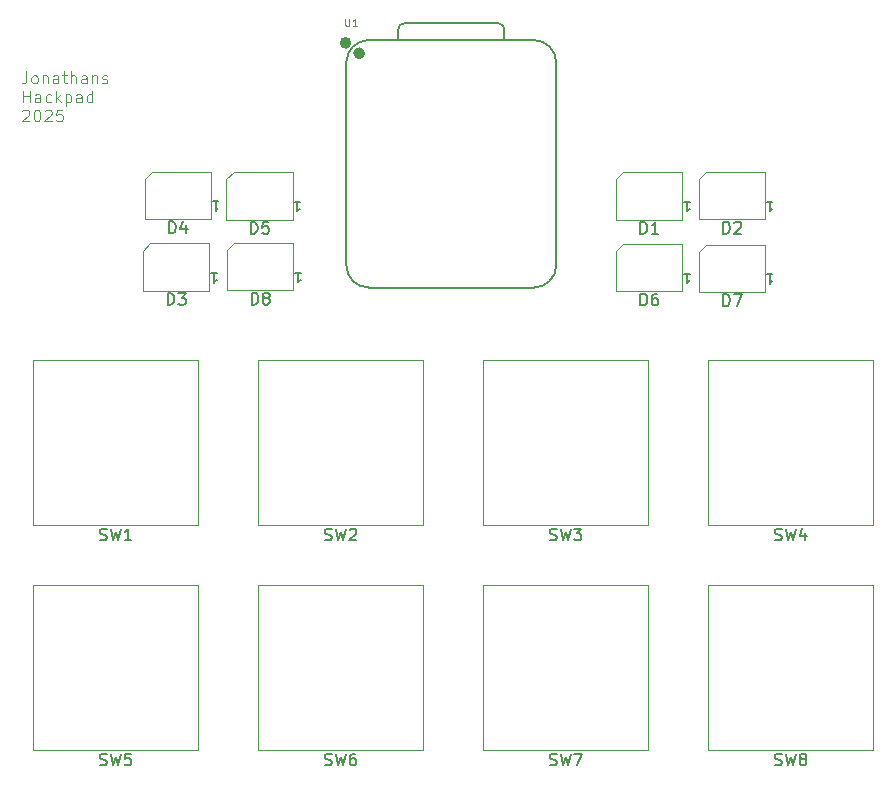
<source format=gbr>
%TF.GenerationSoftware,KiCad,Pcbnew,9.0.6*%
%TF.CreationDate,2025-12-07T16:29:36+00:00*%
%TF.ProjectId,flightsimhackpad,666c6967-6874-4736-996d-6861636b7061,rev?*%
%TF.SameCoordinates,Original*%
%TF.FileFunction,Legend,Top*%
%TF.FilePolarity,Positive*%
%FSLAX46Y46*%
G04 Gerber Fmt 4.6, Leading zero omitted, Abs format (unit mm)*
G04 Created by KiCad (PCBNEW 9.0.6) date 2025-12-07 16:29:36*
%MOMM*%
%LPD*%
G01*
G04 APERTURE LIST*
%ADD10C,0.100000*%
%ADD11C,0.150000*%
%ADD12C,0.101600*%
%ADD13C,0.120000*%
%ADD14C,0.127000*%
%ADD15C,0.504000*%
G04 APERTURE END LIST*
D10*
X83089598Y-106422531D02*
X83089598Y-107136816D01*
X83089598Y-107136816D02*
X83041979Y-107279673D01*
X83041979Y-107279673D02*
X82946741Y-107374912D01*
X82946741Y-107374912D02*
X82803884Y-107422531D01*
X82803884Y-107422531D02*
X82708646Y-107422531D01*
X83708646Y-107422531D02*
X83613408Y-107374912D01*
X83613408Y-107374912D02*
X83565789Y-107327292D01*
X83565789Y-107327292D02*
X83518170Y-107232054D01*
X83518170Y-107232054D02*
X83518170Y-106946340D01*
X83518170Y-106946340D02*
X83565789Y-106851102D01*
X83565789Y-106851102D02*
X83613408Y-106803483D01*
X83613408Y-106803483D02*
X83708646Y-106755864D01*
X83708646Y-106755864D02*
X83851503Y-106755864D01*
X83851503Y-106755864D02*
X83946741Y-106803483D01*
X83946741Y-106803483D02*
X83994360Y-106851102D01*
X83994360Y-106851102D02*
X84041979Y-106946340D01*
X84041979Y-106946340D02*
X84041979Y-107232054D01*
X84041979Y-107232054D02*
X83994360Y-107327292D01*
X83994360Y-107327292D02*
X83946741Y-107374912D01*
X83946741Y-107374912D02*
X83851503Y-107422531D01*
X83851503Y-107422531D02*
X83708646Y-107422531D01*
X84470551Y-106755864D02*
X84470551Y-107422531D01*
X84470551Y-106851102D02*
X84518170Y-106803483D01*
X84518170Y-106803483D02*
X84613408Y-106755864D01*
X84613408Y-106755864D02*
X84756265Y-106755864D01*
X84756265Y-106755864D02*
X84851503Y-106803483D01*
X84851503Y-106803483D02*
X84899122Y-106898721D01*
X84899122Y-106898721D02*
X84899122Y-107422531D01*
X85803884Y-107422531D02*
X85803884Y-106898721D01*
X85803884Y-106898721D02*
X85756265Y-106803483D01*
X85756265Y-106803483D02*
X85661027Y-106755864D01*
X85661027Y-106755864D02*
X85470551Y-106755864D01*
X85470551Y-106755864D02*
X85375313Y-106803483D01*
X85803884Y-107374912D02*
X85708646Y-107422531D01*
X85708646Y-107422531D02*
X85470551Y-107422531D01*
X85470551Y-107422531D02*
X85375313Y-107374912D01*
X85375313Y-107374912D02*
X85327694Y-107279673D01*
X85327694Y-107279673D02*
X85327694Y-107184435D01*
X85327694Y-107184435D02*
X85375313Y-107089197D01*
X85375313Y-107089197D02*
X85470551Y-107041578D01*
X85470551Y-107041578D02*
X85708646Y-107041578D01*
X85708646Y-107041578D02*
X85803884Y-106993959D01*
X86137218Y-106755864D02*
X86518170Y-106755864D01*
X86280075Y-106422531D02*
X86280075Y-107279673D01*
X86280075Y-107279673D02*
X86327694Y-107374912D01*
X86327694Y-107374912D02*
X86422932Y-107422531D01*
X86422932Y-107422531D02*
X86518170Y-107422531D01*
X86851504Y-107422531D02*
X86851504Y-106422531D01*
X87280075Y-107422531D02*
X87280075Y-106898721D01*
X87280075Y-106898721D02*
X87232456Y-106803483D01*
X87232456Y-106803483D02*
X87137218Y-106755864D01*
X87137218Y-106755864D02*
X86994361Y-106755864D01*
X86994361Y-106755864D02*
X86899123Y-106803483D01*
X86899123Y-106803483D02*
X86851504Y-106851102D01*
X88184837Y-107422531D02*
X88184837Y-106898721D01*
X88184837Y-106898721D02*
X88137218Y-106803483D01*
X88137218Y-106803483D02*
X88041980Y-106755864D01*
X88041980Y-106755864D02*
X87851504Y-106755864D01*
X87851504Y-106755864D02*
X87756266Y-106803483D01*
X88184837Y-107374912D02*
X88089599Y-107422531D01*
X88089599Y-107422531D02*
X87851504Y-107422531D01*
X87851504Y-107422531D02*
X87756266Y-107374912D01*
X87756266Y-107374912D02*
X87708647Y-107279673D01*
X87708647Y-107279673D02*
X87708647Y-107184435D01*
X87708647Y-107184435D02*
X87756266Y-107089197D01*
X87756266Y-107089197D02*
X87851504Y-107041578D01*
X87851504Y-107041578D02*
X88089599Y-107041578D01*
X88089599Y-107041578D02*
X88184837Y-106993959D01*
X88661028Y-106755864D02*
X88661028Y-107422531D01*
X88661028Y-106851102D02*
X88708647Y-106803483D01*
X88708647Y-106803483D02*
X88803885Y-106755864D01*
X88803885Y-106755864D02*
X88946742Y-106755864D01*
X88946742Y-106755864D02*
X89041980Y-106803483D01*
X89041980Y-106803483D02*
X89089599Y-106898721D01*
X89089599Y-106898721D02*
X89089599Y-107422531D01*
X89518171Y-107374912D02*
X89613409Y-107422531D01*
X89613409Y-107422531D02*
X89803885Y-107422531D01*
X89803885Y-107422531D02*
X89899123Y-107374912D01*
X89899123Y-107374912D02*
X89946742Y-107279673D01*
X89946742Y-107279673D02*
X89946742Y-107232054D01*
X89946742Y-107232054D02*
X89899123Y-107136816D01*
X89899123Y-107136816D02*
X89803885Y-107089197D01*
X89803885Y-107089197D02*
X89661028Y-107089197D01*
X89661028Y-107089197D02*
X89565790Y-107041578D01*
X89565790Y-107041578D02*
X89518171Y-106946340D01*
X89518171Y-106946340D02*
X89518171Y-106898721D01*
X89518171Y-106898721D02*
X89565790Y-106803483D01*
X89565790Y-106803483D02*
X89661028Y-106755864D01*
X89661028Y-106755864D02*
X89803885Y-106755864D01*
X89803885Y-106755864D02*
X89899123Y-106803483D01*
X82803884Y-109032475D02*
X82803884Y-108032475D01*
X82803884Y-108508665D02*
X83375312Y-108508665D01*
X83375312Y-109032475D02*
X83375312Y-108032475D01*
X84280074Y-109032475D02*
X84280074Y-108508665D01*
X84280074Y-108508665D02*
X84232455Y-108413427D01*
X84232455Y-108413427D02*
X84137217Y-108365808D01*
X84137217Y-108365808D02*
X83946741Y-108365808D01*
X83946741Y-108365808D02*
X83851503Y-108413427D01*
X84280074Y-108984856D02*
X84184836Y-109032475D01*
X84184836Y-109032475D02*
X83946741Y-109032475D01*
X83946741Y-109032475D02*
X83851503Y-108984856D01*
X83851503Y-108984856D02*
X83803884Y-108889617D01*
X83803884Y-108889617D02*
X83803884Y-108794379D01*
X83803884Y-108794379D02*
X83851503Y-108699141D01*
X83851503Y-108699141D02*
X83946741Y-108651522D01*
X83946741Y-108651522D02*
X84184836Y-108651522D01*
X84184836Y-108651522D02*
X84280074Y-108603903D01*
X85184836Y-108984856D02*
X85089598Y-109032475D01*
X85089598Y-109032475D02*
X84899122Y-109032475D01*
X84899122Y-109032475D02*
X84803884Y-108984856D01*
X84803884Y-108984856D02*
X84756265Y-108937236D01*
X84756265Y-108937236D02*
X84708646Y-108841998D01*
X84708646Y-108841998D02*
X84708646Y-108556284D01*
X84708646Y-108556284D02*
X84756265Y-108461046D01*
X84756265Y-108461046D02*
X84803884Y-108413427D01*
X84803884Y-108413427D02*
X84899122Y-108365808D01*
X84899122Y-108365808D02*
X85089598Y-108365808D01*
X85089598Y-108365808D02*
X85184836Y-108413427D01*
X85613408Y-109032475D02*
X85613408Y-108032475D01*
X85708646Y-108651522D02*
X85994360Y-109032475D01*
X85994360Y-108365808D02*
X85613408Y-108746760D01*
X86422932Y-108365808D02*
X86422932Y-109365808D01*
X86422932Y-108413427D02*
X86518170Y-108365808D01*
X86518170Y-108365808D02*
X86708646Y-108365808D01*
X86708646Y-108365808D02*
X86803884Y-108413427D01*
X86803884Y-108413427D02*
X86851503Y-108461046D01*
X86851503Y-108461046D02*
X86899122Y-108556284D01*
X86899122Y-108556284D02*
X86899122Y-108841998D01*
X86899122Y-108841998D02*
X86851503Y-108937236D01*
X86851503Y-108937236D02*
X86803884Y-108984856D01*
X86803884Y-108984856D02*
X86708646Y-109032475D01*
X86708646Y-109032475D02*
X86518170Y-109032475D01*
X86518170Y-109032475D02*
X86422932Y-108984856D01*
X87756265Y-109032475D02*
X87756265Y-108508665D01*
X87756265Y-108508665D02*
X87708646Y-108413427D01*
X87708646Y-108413427D02*
X87613408Y-108365808D01*
X87613408Y-108365808D02*
X87422932Y-108365808D01*
X87422932Y-108365808D02*
X87327694Y-108413427D01*
X87756265Y-108984856D02*
X87661027Y-109032475D01*
X87661027Y-109032475D02*
X87422932Y-109032475D01*
X87422932Y-109032475D02*
X87327694Y-108984856D01*
X87327694Y-108984856D02*
X87280075Y-108889617D01*
X87280075Y-108889617D02*
X87280075Y-108794379D01*
X87280075Y-108794379D02*
X87327694Y-108699141D01*
X87327694Y-108699141D02*
X87422932Y-108651522D01*
X87422932Y-108651522D02*
X87661027Y-108651522D01*
X87661027Y-108651522D02*
X87756265Y-108603903D01*
X88661027Y-109032475D02*
X88661027Y-108032475D01*
X88661027Y-108984856D02*
X88565789Y-109032475D01*
X88565789Y-109032475D02*
X88375313Y-109032475D01*
X88375313Y-109032475D02*
X88280075Y-108984856D01*
X88280075Y-108984856D02*
X88232456Y-108937236D01*
X88232456Y-108937236D02*
X88184837Y-108841998D01*
X88184837Y-108841998D02*
X88184837Y-108556284D01*
X88184837Y-108556284D02*
X88232456Y-108461046D01*
X88232456Y-108461046D02*
X88280075Y-108413427D01*
X88280075Y-108413427D02*
X88375313Y-108365808D01*
X88375313Y-108365808D02*
X88565789Y-108365808D01*
X88565789Y-108365808D02*
X88661027Y-108413427D01*
X82756265Y-109737657D02*
X82803884Y-109690038D01*
X82803884Y-109690038D02*
X82899122Y-109642419D01*
X82899122Y-109642419D02*
X83137217Y-109642419D01*
X83137217Y-109642419D02*
X83232455Y-109690038D01*
X83232455Y-109690038D02*
X83280074Y-109737657D01*
X83280074Y-109737657D02*
X83327693Y-109832895D01*
X83327693Y-109832895D02*
X83327693Y-109928133D01*
X83327693Y-109928133D02*
X83280074Y-110070990D01*
X83280074Y-110070990D02*
X82708646Y-110642419D01*
X82708646Y-110642419D02*
X83327693Y-110642419D01*
X83946741Y-109642419D02*
X84041979Y-109642419D01*
X84041979Y-109642419D02*
X84137217Y-109690038D01*
X84137217Y-109690038D02*
X84184836Y-109737657D01*
X84184836Y-109737657D02*
X84232455Y-109832895D01*
X84232455Y-109832895D02*
X84280074Y-110023371D01*
X84280074Y-110023371D02*
X84280074Y-110261466D01*
X84280074Y-110261466D02*
X84232455Y-110451942D01*
X84232455Y-110451942D02*
X84184836Y-110547180D01*
X84184836Y-110547180D02*
X84137217Y-110594800D01*
X84137217Y-110594800D02*
X84041979Y-110642419D01*
X84041979Y-110642419D02*
X83946741Y-110642419D01*
X83946741Y-110642419D02*
X83851503Y-110594800D01*
X83851503Y-110594800D02*
X83803884Y-110547180D01*
X83803884Y-110547180D02*
X83756265Y-110451942D01*
X83756265Y-110451942D02*
X83708646Y-110261466D01*
X83708646Y-110261466D02*
X83708646Y-110023371D01*
X83708646Y-110023371D02*
X83756265Y-109832895D01*
X83756265Y-109832895D02*
X83803884Y-109737657D01*
X83803884Y-109737657D02*
X83851503Y-109690038D01*
X83851503Y-109690038D02*
X83946741Y-109642419D01*
X84661027Y-109737657D02*
X84708646Y-109690038D01*
X84708646Y-109690038D02*
X84803884Y-109642419D01*
X84803884Y-109642419D02*
X85041979Y-109642419D01*
X85041979Y-109642419D02*
X85137217Y-109690038D01*
X85137217Y-109690038D02*
X85184836Y-109737657D01*
X85184836Y-109737657D02*
X85232455Y-109832895D01*
X85232455Y-109832895D02*
X85232455Y-109928133D01*
X85232455Y-109928133D02*
X85184836Y-110070990D01*
X85184836Y-110070990D02*
X84613408Y-110642419D01*
X84613408Y-110642419D02*
X85232455Y-110642419D01*
X86137217Y-109642419D02*
X85661027Y-109642419D01*
X85661027Y-109642419D02*
X85613408Y-110118609D01*
X85613408Y-110118609D02*
X85661027Y-110070990D01*
X85661027Y-110070990D02*
X85756265Y-110023371D01*
X85756265Y-110023371D02*
X85994360Y-110023371D01*
X85994360Y-110023371D02*
X86089598Y-110070990D01*
X86089598Y-110070990D02*
X86137217Y-110118609D01*
X86137217Y-110118609D02*
X86184836Y-110213847D01*
X86184836Y-110213847D02*
X86184836Y-110451942D01*
X86184836Y-110451942D02*
X86137217Y-110547180D01*
X86137217Y-110547180D02*
X86089598Y-110594800D01*
X86089598Y-110594800D02*
X85994360Y-110642419D01*
X85994360Y-110642419D02*
X85756265Y-110642419D01*
X85756265Y-110642419D02*
X85661027Y-110594800D01*
X85661027Y-110594800D02*
X85613408Y-110547180D01*
D11*
X127412917Y-165126200D02*
X127555774Y-165173819D01*
X127555774Y-165173819D02*
X127793869Y-165173819D01*
X127793869Y-165173819D02*
X127889107Y-165126200D01*
X127889107Y-165126200D02*
X127936726Y-165078580D01*
X127936726Y-165078580D02*
X127984345Y-164983342D01*
X127984345Y-164983342D02*
X127984345Y-164888104D01*
X127984345Y-164888104D02*
X127936726Y-164792866D01*
X127936726Y-164792866D02*
X127889107Y-164745247D01*
X127889107Y-164745247D02*
X127793869Y-164697628D01*
X127793869Y-164697628D02*
X127603393Y-164650009D01*
X127603393Y-164650009D02*
X127508155Y-164602390D01*
X127508155Y-164602390D02*
X127460536Y-164554771D01*
X127460536Y-164554771D02*
X127412917Y-164459533D01*
X127412917Y-164459533D02*
X127412917Y-164364295D01*
X127412917Y-164364295D02*
X127460536Y-164269057D01*
X127460536Y-164269057D02*
X127508155Y-164221438D01*
X127508155Y-164221438D02*
X127603393Y-164173819D01*
X127603393Y-164173819D02*
X127841488Y-164173819D01*
X127841488Y-164173819D02*
X127984345Y-164221438D01*
X128317679Y-164173819D02*
X128555774Y-165173819D01*
X128555774Y-165173819D02*
X128746250Y-164459533D01*
X128746250Y-164459533D02*
X128936726Y-165173819D01*
X128936726Y-165173819D02*
X129174822Y-164173819D01*
X129460536Y-164173819D02*
X130127202Y-164173819D01*
X130127202Y-164173819D02*
X129698631Y-165173819D01*
X95161905Y-120114819D02*
X95161905Y-119114819D01*
X95161905Y-119114819D02*
X95400000Y-119114819D01*
X95400000Y-119114819D02*
X95542857Y-119162438D01*
X95542857Y-119162438D02*
X95638095Y-119257676D01*
X95638095Y-119257676D02*
X95685714Y-119352914D01*
X95685714Y-119352914D02*
X95733333Y-119543390D01*
X95733333Y-119543390D02*
X95733333Y-119686247D01*
X95733333Y-119686247D02*
X95685714Y-119876723D01*
X95685714Y-119876723D02*
X95638095Y-119971961D01*
X95638095Y-119971961D02*
X95542857Y-120067200D01*
X95542857Y-120067200D02*
X95400000Y-120114819D01*
X95400000Y-120114819D02*
X95161905Y-120114819D01*
X96590476Y-119448152D02*
X96590476Y-120114819D01*
X96352381Y-119067200D02*
X96114286Y-119781485D01*
X96114286Y-119781485D02*
X96733333Y-119781485D01*
X98871428Y-117422704D02*
X99328571Y-117422704D01*
X99099999Y-117422704D02*
X99099999Y-118222704D01*
X99099999Y-118222704D02*
X99176190Y-118108419D01*
X99176190Y-118108419D02*
X99252380Y-118032228D01*
X99252380Y-118032228D02*
X99328571Y-117994133D01*
D12*
X110078690Y-101953479D02*
X110078690Y-102467526D01*
X110078690Y-102467526D02*
X110108928Y-102528002D01*
X110108928Y-102528002D02*
X110139166Y-102558241D01*
X110139166Y-102558241D02*
X110199642Y-102588479D01*
X110199642Y-102588479D02*
X110320595Y-102588479D01*
X110320595Y-102588479D02*
X110381071Y-102558241D01*
X110381071Y-102558241D02*
X110411309Y-102528002D01*
X110411309Y-102528002D02*
X110441547Y-102467526D01*
X110441547Y-102467526D02*
X110441547Y-101953479D01*
X111076547Y-102588479D02*
X110713690Y-102588479D01*
X110895118Y-102588479D02*
X110895118Y-101953479D01*
X110895118Y-101953479D02*
X110834642Y-102044193D01*
X110834642Y-102044193D02*
X110774166Y-102104669D01*
X110774166Y-102104669D02*
X110713690Y-102134907D01*
D11*
X95041905Y-126184819D02*
X95041905Y-125184819D01*
X95041905Y-125184819D02*
X95280000Y-125184819D01*
X95280000Y-125184819D02*
X95422857Y-125232438D01*
X95422857Y-125232438D02*
X95518095Y-125327676D01*
X95518095Y-125327676D02*
X95565714Y-125422914D01*
X95565714Y-125422914D02*
X95613333Y-125613390D01*
X95613333Y-125613390D02*
X95613333Y-125756247D01*
X95613333Y-125756247D02*
X95565714Y-125946723D01*
X95565714Y-125946723D02*
X95518095Y-126041961D01*
X95518095Y-126041961D02*
X95422857Y-126137200D01*
X95422857Y-126137200D02*
X95280000Y-126184819D01*
X95280000Y-126184819D02*
X95041905Y-126184819D01*
X95946667Y-125184819D02*
X96565714Y-125184819D01*
X96565714Y-125184819D02*
X96232381Y-125565771D01*
X96232381Y-125565771D02*
X96375238Y-125565771D01*
X96375238Y-125565771D02*
X96470476Y-125613390D01*
X96470476Y-125613390D02*
X96518095Y-125661009D01*
X96518095Y-125661009D02*
X96565714Y-125756247D01*
X96565714Y-125756247D02*
X96565714Y-125994342D01*
X96565714Y-125994342D02*
X96518095Y-126089580D01*
X96518095Y-126089580D02*
X96470476Y-126137200D01*
X96470476Y-126137200D02*
X96375238Y-126184819D01*
X96375238Y-126184819D02*
X96089524Y-126184819D01*
X96089524Y-126184819D02*
X95994286Y-126137200D01*
X95994286Y-126137200D02*
X95946667Y-126089580D01*
X98751428Y-123492704D02*
X99208571Y-123492704D01*
X98979999Y-123492704D02*
X98979999Y-124292704D01*
X98979999Y-124292704D02*
X99056190Y-124178419D01*
X99056190Y-124178419D02*
X99132380Y-124102228D01*
X99132380Y-124102228D02*
X99208571Y-124064133D01*
X127412917Y-146076200D02*
X127555774Y-146123819D01*
X127555774Y-146123819D02*
X127793869Y-146123819D01*
X127793869Y-146123819D02*
X127889107Y-146076200D01*
X127889107Y-146076200D02*
X127936726Y-146028580D01*
X127936726Y-146028580D02*
X127984345Y-145933342D01*
X127984345Y-145933342D02*
X127984345Y-145838104D01*
X127984345Y-145838104D02*
X127936726Y-145742866D01*
X127936726Y-145742866D02*
X127889107Y-145695247D01*
X127889107Y-145695247D02*
X127793869Y-145647628D01*
X127793869Y-145647628D02*
X127603393Y-145600009D01*
X127603393Y-145600009D02*
X127508155Y-145552390D01*
X127508155Y-145552390D02*
X127460536Y-145504771D01*
X127460536Y-145504771D02*
X127412917Y-145409533D01*
X127412917Y-145409533D02*
X127412917Y-145314295D01*
X127412917Y-145314295D02*
X127460536Y-145219057D01*
X127460536Y-145219057D02*
X127508155Y-145171438D01*
X127508155Y-145171438D02*
X127603393Y-145123819D01*
X127603393Y-145123819D02*
X127841488Y-145123819D01*
X127841488Y-145123819D02*
X127984345Y-145171438D01*
X128317679Y-145123819D02*
X128555774Y-146123819D01*
X128555774Y-146123819D02*
X128746250Y-145409533D01*
X128746250Y-145409533D02*
X128936726Y-146123819D01*
X128936726Y-146123819D02*
X129174822Y-145123819D01*
X129460536Y-145123819D02*
X130079583Y-145123819D01*
X130079583Y-145123819D02*
X129746250Y-145504771D01*
X129746250Y-145504771D02*
X129889107Y-145504771D01*
X129889107Y-145504771D02*
X129984345Y-145552390D01*
X129984345Y-145552390D02*
X130031964Y-145600009D01*
X130031964Y-145600009D02*
X130079583Y-145695247D01*
X130079583Y-145695247D02*
X130079583Y-145933342D01*
X130079583Y-145933342D02*
X130031964Y-146028580D01*
X130031964Y-146028580D02*
X129984345Y-146076200D01*
X129984345Y-146076200D02*
X129889107Y-146123819D01*
X129889107Y-146123819D02*
X129603393Y-146123819D01*
X129603393Y-146123819D02*
X129508155Y-146076200D01*
X129508155Y-146076200D02*
X129460536Y-146028580D01*
X108362917Y-165126200D02*
X108505774Y-165173819D01*
X108505774Y-165173819D02*
X108743869Y-165173819D01*
X108743869Y-165173819D02*
X108839107Y-165126200D01*
X108839107Y-165126200D02*
X108886726Y-165078580D01*
X108886726Y-165078580D02*
X108934345Y-164983342D01*
X108934345Y-164983342D02*
X108934345Y-164888104D01*
X108934345Y-164888104D02*
X108886726Y-164792866D01*
X108886726Y-164792866D02*
X108839107Y-164745247D01*
X108839107Y-164745247D02*
X108743869Y-164697628D01*
X108743869Y-164697628D02*
X108553393Y-164650009D01*
X108553393Y-164650009D02*
X108458155Y-164602390D01*
X108458155Y-164602390D02*
X108410536Y-164554771D01*
X108410536Y-164554771D02*
X108362917Y-164459533D01*
X108362917Y-164459533D02*
X108362917Y-164364295D01*
X108362917Y-164364295D02*
X108410536Y-164269057D01*
X108410536Y-164269057D02*
X108458155Y-164221438D01*
X108458155Y-164221438D02*
X108553393Y-164173819D01*
X108553393Y-164173819D02*
X108791488Y-164173819D01*
X108791488Y-164173819D02*
X108934345Y-164221438D01*
X109267679Y-164173819D02*
X109505774Y-165173819D01*
X109505774Y-165173819D02*
X109696250Y-164459533D01*
X109696250Y-164459533D02*
X109886726Y-165173819D01*
X109886726Y-165173819D02*
X110124822Y-164173819D01*
X110934345Y-164173819D02*
X110743869Y-164173819D01*
X110743869Y-164173819D02*
X110648631Y-164221438D01*
X110648631Y-164221438D02*
X110601012Y-164269057D01*
X110601012Y-164269057D02*
X110505774Y-164411914D01*
X110505774Y-164411914D02*
X110458155Y-164602390D01*
X110458155Y-164602390D02*
X110458155Y-164983342D01*
X110458155Y-164983342D02*
X110505774Y-165078580D01*
X110505774Y-165078580D02*
X110553393Y-165126200D01*
X110553393Y-165126200D02*
X110648631Y-165173819D01*
X110648631Y-165173819D02*
X110839107Y-165173819D01*
X110839107Y-165173819D02*
X110934345Y-165126200D01*
X110934345Y-165126200D02*
X110981964Y-165078580D01*
X110981964Y-165078580D02*
X111029583Y-164983342D01*
X111029583Y-164983342D02*
X111029583Y-164745247D01*
X111029583Y-164745247D02*
X110981964Y-164650009D01*
X110981964Y-164650009D02*
X110934345Y-164602390D01*
X110934345Y-164602390D02*
X110839107Y-164554771D01*
X110839107Y-164554771D02*
X110648631Y-164554771D01*
X110648631Y-164554771D02*
X110553393Y-164602390D01*
X110553393Y-164602390D02*
X110505774Y-164650009D01*
X110505774Y-164650009D02*
X110458155Y-164745247D01*
X135081905Y-126229819D02*
X135081905Y-125229819D01*
X135081905Y-125229819D02*
X135320000Y-125229819D01*
X135320000Y-125229819D02*
X135462857Y-125277438D01*
X135462857Y-125277438D02*
X135558095Y-125372676D01*
X135558095Y-125372676D02*
X135605714Y-125467914D01*
X135605714Y-125467914D02*
X135653333Y-125658390D01*
X135653333Y-125658390D02*
X135653333Y-125801247D01*
X135653333Y-125801247D02*
X135605714Y-125991723D01*
X135605714Y-125991723D02*
X135558095Y-126086961D01*
X135558095Y-126086961D02*
X135462857Y-126182200D01*
X135462857Y-126182200D02*
X135320000Y-126229819D01*
X135320000Y-126229819D02*
X135081905Y-126229819D01*
X136510476Y-125229819D02*
X136320000Y-125229819D01*
X136320000Y-125229819D02*
X136224762Y-125277438D01*
X136224762Y-125277438D02*
X136177143Y-125325057D01*
X136177143Y-125325057D02*
X136081905Y-125467914D01*
X136081905Y-125467914D02*
X136034286Y-125658390D01*
X136034286Y-125658390D02*
X136034286Y-126039342D01*
X136034286Y-126039342D02*
X136081905Y-126134580D01*
X136081905Y-126134580D02*
X136129524Y-126182200D01*
X136129524Y-126182200D02*
X136224762Y-126229819D01*
X136224762Y-126229819D02*
X136415238Y-126229819D01*
X136415238Y-126229819D02*
X136510476Y-126182200D01*
X136510476Y-126182200D02*
X136558095Y-126134580D01*
X136558095Y-126134580D02*
X136605714Y-126039342D01*
X136605714Y-126039342D02*
X136605714Y-125801247D01*
X136605714Y-125801247D02*
X136558095Y-125706009D01*
X136558095Y-125706009D02*
X136510476Y-125658390D01*
X136510476Y-125658390D02*
X136415238Y-125610771D01*
X136415238Y-125610771D02*
X136224762Y-125610771D01*
X136224762Y-125610771D02*
X136129524Y-125658390D01*
X136129524Y-125658390D02*
X136081905Y-125706009D01*
X136081905Y-125706009D02*
X136034286Y-125801247D01*
X138791428Y-123537704D02*
X139248571Y-123537704D01*
X139019999Y-123537704D02*
X139019999Y-124337704D01*
X139019999Y-124337704D02*
X139096190Y-124223419D01*
X139096190Y-124223419D02*
X139172380Y-124147228D01*
X139172380Y-124147228D02*
X139248571Y-124109133D01*
X108362917Y-146076200D02*
X108505774Y-146123819D01*
X108505774Y-146123819D02*
X108743869Y-146123819D01*
X108743869Y-146123819D02*
X108839107Y-146076200D01*
X108839107Y-146076200D02*
X108886726Y-146028580D01*
X108886726Y-146028580D02*
X108934345Y-145933342D01*
X108934345Y-145933342D02*
X108934345Y-145838104D01*
X108934345Y-145838104D02*
X108886726Y-145742866D01*
X108886726Y-145742866D02*
X108839107Y-145695247D01*
X108839107Y-145695247D02*
X108743869Y-145647628D01*
X108743869Y-145647628D02*
X108553393Y-145600009D01*
X108553393Y-145600009D02*
X108458155Y-145552390D01*
X108458155Y-145552390D02*
X108410536Y-145504771D01*
X108410536Y-145504771D02*
X108362917Y-145409533D01*
X108362917Y-145409533D02*
X108362917Y-145314295D01*
X108362917Y-145314295D02*
X108410536Y-145219057D01*
X108410536Y-145219057D02*
X108458155Y-145171438D01*
X108458155Y-145171438D02*
X108553393Y-145123819D01*
X108553393Y-145123819D02*
X108791488Y-145123819D01*
X108791488Y-145123819D02*
X108934345Y-145171438D01*
X109267679Y-145123819D02*
X109505774Y-146123819D01*
X109505774Y-146123819D02*
X109696250Y-145409533D01*
X109696250Y-145409533D02*
X109886726Y-146123819D01*
X109886726Y-146123819D02*
X110124822Y-145123819D01*
X110458155Y-145219057D02*
X110505774Y-145171438D01*
X110505774Y-145171438D02*
X110601012Y-145123819D01*
X110601012Y-145123819D02*
X110839107Y-145123819D01*
X110839107Y-145123819D02*
X110934345Y-145171438D01*
X110934345Y-145171438D02*
X110981964Y-145219057D01*
X110981964Y-145219057D02*
X111029583Y-145314295D01*
X111029583Y-145314295D02*
X111029583Y-145409533D01*
X111029583Y-145409533D02*
X110981964Y-145552390D01*
X110981964Y-145552390D02*
X110410536Y-146123819D01*
X110410536Y-146123819D02*
X111029583Y-146123819D01*
X135081905Y-120159819D02*
X135081905Y-119159819D01*
X135081905Y-119159819D02*
X135320000Y-119159819D01*
X135320000Y-119159819D02*
X135462857Y-119207438D01*
X135462857Y-119207438D02*
X135558095Y-119302676D01*
X135558095Y-119302676D02*
X135605714Y-119397914D01*
X135605714Y-119397914D02*
X135653333Y-119588390D01*
X135653333Y-119588390D02*
X135653333Y-119731247D01*
X135653333Y-119731247D02*
X135605714Y-119921723D01*
X135605714Y-119921723D02*
X135558095Y-120016961D01*
X135558095Y-120016961D02*
X135462857Y-120112200D01*
X135462857Y-120112200D02*
X135320000Y-120159819D01*
X135320000Y-120159819D02*
X135081905Y-120159819D01*
X136605714Y-120159819D02*
X136034286Y-120159819D01*
X136320000Y-120159819D02*
X136320000Y-119159819D01*
X136320000Y-119159819D02*
X136224762Y-119302676D01*
X136224762Y-119302676D02*
X136129524Y-119397914D01*
X136129524Y-119397914D02*
X136034286Y-119445533D01*
X138791428Y-117467704D02*
X139248571Y-117467704D01*
X139019999Y-117467704D02*
X139019999Y-118267704D01*
X139019999Y-118267704D02*
X139096190Y-118153419D01*
X139096190Y-118153419D02*
X139172380Y-118077228D01*
X139172380Y-118077228D02*
X139248571Y-118039133D01*
X142081905Y-120144819D02*
X142081905Y-119144819D01*
X142081905Y-119144819D02*
X142320000Y-119144819D01*
X142320000Y-119144819D02*
X142462857Y-119192438D01*
X142462857Y-119192438D02*
X142558095Y-119287676D01*
X142558095Y-119287676D02*
X142605714Y-119382914D01*
X142605714Y-119382914D02*
X142653333Y-119573390D01*
X142653333Y-119573390D02*
X142653333Y-119716247D01*
X142653333Y-119716247D02*
X142605714Y-119906723D01*
X142605714Y-119906723D02*
X142558095Y-120001961D01*
X142558095Y-120001961D02*
X142462857Y-120097200D01*
X142462857Y-120097200D02*
X142320000Y-120144819D01*
X142320000Y-120144819D02*
X142081905Y-120144819D01*
X143034286Y-119240057D02*
X143081905Y-119192438D01*
X143081905Y-119192438D02*
X143177143Y-119144819D01*
X143177143Y-119144819D02*
X143415238Y-119144819D01*
X143415238Y-119144819D02*
X143510476Y-119192438D01*
X143510476Y-119192438D02*
X143558095Y-119240057D01*
X143558095Y-119240057D02*
X143605714Y-119335295D01*
X143605714Y-119335295D02*
X143605714Y-119430533D01*
X143605714Y-119430533D02*
X143558095Y-119573390D01*
X143558095Y-119573390D02*
X142986667Y-120144819D01*
X142986667Y-120144819D02*
X143605714Y-120144819D01*
X145791428Y-117452704D02*
X146248571Y-117452704D01*
X146019999Y-117452704D02*
X146019999Y-118252704D01*
X146019999Y-118252704D02*
X146096190Y-118138419D01*
X146096190Y-118138419D02*
X146172380Y-118062228D01*
X146172380Y-118062228D02*
X146248571Y-118024133D01*
X102151905Y-126154819D02*
X102151905Y-125154819D01*
X102151905Y-125154819D02*
X102390000Y-125154819D01*
X102390000Y-125154819D02*
X102532857Y-125202438D01*
X102532857Y-125202438D02*
X102628095Y-125297676D01*
X102628095Y-125297676D02*
X102675714Y-125392914D01*
X102675714Y-125392914D02*
X102723333Y-125583390D01*
X102723333Y-125583390D02*
X102723333Y-125726247D01*
X102723333Y-125726247D02*
X102675714Y-125916723D01*
X102675714Y-125916723D02*
X102628095Y-126011961D01*
X102628095Y-126011961D02*
X102532857Y-126107200D01*
X102532857Y-126107200D02*
X102390000Y-126154819D01*
X102390000Y-126154819D02*
X102151905Y-126154819D01*
X103294762Y-125583390D02*
X103199524Y-125535771D01*
X103199524Y-125535771D02*
X103151905Y-125488152D01*
X103151905Y-125488152D02*
X103104286Y-125392914D01*
X103104286Y-125392914D02*
X103104286Y-125345295D01*
X103104286Y-125345295D02*
X103151905Y-125250057D01*
X103151905Y-125250057D02*
X103199524Y-125202438D01*
X103199524Y-125202438D02*
X103294762Y-125154819D01*
X103294762Y-125154819D02*
X103485238Y-125154819D01*
X103485238Y-125154819D02*
X103580476Y-125202438D01*
X103580476Y-125202438D02*
X103628095Y-125250057D01*
X103628095Y-125250057D02*
X103675714Y-125345295D01*
X103675714Y-125345295D02*
X103675714Y-125392914D01*
X103675714Y-125392914D02*
X103628095Y-125488152D01*
X103628095Y-125488152D02*
X103580476Y-125535771D01*
X103580476Y-125535771D02*
X103485238Y-125583390D01*
X103485238Y-125583390D02*
X103294762Y-125583390D01*
X103294762Y-125583390D02*
X103199524Y-125631009D01*
X103199524Y-125631009D02*
X103151905Y-125678628D01*
X103151905Y-125678628D02*
X103104286Y-125773866D01*
X103104286Y-125773866D02*
X103104286Y-125964342D01*
X103104286Y-125964342D02*
X103151905Y-126059580D01*
X103151905Y-126059580D02*
X103199524Y-126107200D01*
X103199524Y-126107200D02*
X103294762Y-126154819D01*
X103294762Y-126154819D02*
X103485238Y-126154819D01*
X103485238Y-126154819D02*
X103580476Y-126107200D01*
X103580476Y-126107200D02*
X103628095Y-126059580D01*
X103628095Y-126059580D02*
X103675714Y-125964342D01*
X103675714Y-125964342D02*
X103675714Y-125773866D01*
X103675714Y-125773866D02*
X103628095Y-125678628D01*
X103628095Y-125678628D02*
X103580476Y-125631009D01*
X103580476Y-125631009D02*
X103485238Y-125583390D01*
X105861428Y-123462704D02*
X106318571Y-123462704D01*
X106089999Y-123462704D02*
X106089999Y-124262704D01*
X106089999Y-124262704D02*
X106166190Y-124148419D01*
X106166190Y-124148419D02*
X106242380Y-124072228D01*
X106242380Y-124072228D02*
X106318571Y-124034133D01*
X142081905Y-126284819D02*
X142081905Y-125284819D01*
X142081905Y-125284819D02*
X142320000Y-125284819D01*
X142320000Y-125284819D02*
X142462857Y-125332438D01*
X142462857Y-125332438D02*
X142558095Y-125427676D01*
X142558095Y-125427676D02*
X142605714Y-125522914D01*
X142605714Y-125522914D02*
X142653333Y-125713390D01*
X142653333Y-125713390D02*
X142653333Y-125856247D01*
X142653333Y-125856247D02*
X142605714Y-126046723D01*
X142605714Y-126046723D02*
X142558095Y-126141961D01*
X142558095Y-126141961D02*
X142462857Y-126237200D01*
X142462857Y-126237200D02*
X142320000Y-126284819D01*
X142320000Y-126284819D02*
X142081905Y-126284819D01*
X142986667Y-125284819D02*
X143653333Y-125284819D01*
X143653333Y-125284819D02*
X143224762Y-126284819D01*
X145791428Y-123592704D02*
X146248571Y-123592704D01*
X146019999Y-123592704D02*
X146019999Y-124392704D01*
X146019999Y-124392704D02*
X146096190Y-124278419D01*
X146096190Y-124278419D02*
X146172380Y-124202228D01*
X146172380Y-124202228D02*
X146248571Y-124164133D01*
X89312917Y-146076200D02*
X89455774Y-146123819D01*
X89455774Y-146123819D02*
X89693869Y-146123819D01*
X89693869Y-146123819D02*
X89789107Y-146076200D01*
X89789107Y-146076200D02*
X89836726Y-146028580D01*
X89836726Y-146028580D02*
X89884345Y-145933342D01*
X89884345Y-145933342D02*
X89884345Y-145838104D01*
X89884345Y-145838104D02*
X89836726Y-145742866D01*
X89836726Y-145742866D02*
X89789107Y-145695247D01*
X89789107Y-145695247D02*
X89693869Y-145647628D01*
X89693869Y-145647628D02*
X89503393Y-145600009D01*
X89503393Y-145600009D02*
X89408155Y-145552390D01*
X89408155Y-145552390D02*
X89360536Y-145504771D01*
X89360536Y-145504771D02*
X89312917Y-145409533D01*
X89312917Y-145409533D02*
X89312917Y-145314295D01*
X89312917Y-145314295D02*
X89360536Y-145219057D01*
X89360536Y-145219057D02*
X89408155Y-145171438D01*
X89408155Y-145171438D02*
X89503393Y-145123819D01*
X89503393Y-145123819D02*
X89741488Y-145123819D01*
X89741488Y-145123819D02*
X89884345Y-145171438D01*
X90217679Y-145123819D02*
X90455774Y-146123819D01*
X90455774Y-146123819D02*
X90646250Y-145409533D01*
X90646250Y-145409533D02*
X90836726Y-146123819D01*
X90836726Y-146123819D02*
X91074822Y-145123819D01*
X91979583Y-146123819D02*
X91408155Y-146123819D01*
X91693869Y-146123819D02*
X91693869Y-145123819D01*
X91693869Y-145123819D02*
X91598631Y-145266676D01*
X91598631Y-145266676D02*
X91503393Y-145361914D01*
X91503393Y-145361914D02*
X91408155Y-145409533D01*
X102091905Y-120159819D02*
X102091905Y-119159819D01*
X102091905Y-119159819D02*
X102330000Y-119159819D01*
X102330000Y-119159819D02*
X102472857Y-119207438D01*
X102472857Y-119207438D02*
X102568095Y-119302676D01*
X102568095Y-119302676D02*
X102615714Y-119397914D01*
X102615714Y-119397914D02*
X102663333Y-119588390D01*
X102663333Y-119588390D02*
X102663333Y-119731247D01*
X102663333Y-119731247D02*
X102615714Y-119921723D01*
X102615714Y-119921723D02*
X102568095Y-120016961D01*
X102568095Y-120016961D02*
X102472857Y-120112200D01*
X102472857Y-120112200D02*
X102330000Y-120159819D01*
X102330000Y-120159819D02*
X102091905Y-120159819D01*
X103568095Y-119159819D02*
X103091905Y-119159819D01*
X103091905Y-119159819D02*
X103044286Y-119636009D01*
X103044286Y-119636009D02*
X103091905Y-119588390D01*
X103091905Y-119588390D02*
X103187143Y-119540771D01*
X103187143Y-119540771D02*
X103425238Y-119540771D01*
X103425238Y-119540771D02*
X103520476Y-119588390D01*
X103520476Y-119588390D02*
X103568095Y-119636009D01*
X103568095Y-119636009D02*
X103615714Y-119731247D01*
X103615714Y-119731247D02*
X103615714Y-119969342D01*
X103615714Y-119969342D02*
X103568095Y-120064580D01*
X103568095Y-120064580D02*
X103520476Y-120112200D01*
X103520476Y-120112200D02*
X103425238Y-120159819D01*
X103425238Y-120159819D02*
X103187143Y-120159819D01*
X103187143Y-120159819D02*
X103091905Y-120112200D01*
X103091905Y-120112200D02*
X103044286Y-120064580D01*
X105801428Y-117467704D02*
X106258571Y-117467704D01*
X106029999Y-117467704D02*
X106029999Y-118267704D01*
X106029999Y-118267704D02*
X106106190Y-118153419D01*
X106106190Y-118153419D02*
X106182380Y-118077228D01*
X106182380Y-118077228D02*
X106258571Y-118039133D01*
X146462917Y-146076200D02*
X146605774Y-146123819D01*
X146605774Y-146123819D02*
X146843869Y-146123819D01*
X146843869Y-146123819D02*
X146939107Y-146076200D01*
X146939107Y-146076200D02*
X146986726Y-146028580D01*
X146986726Y-146028580D02*
X147034345Y-145933342D01*
X147034345Y-145933342D02*
X147034345Y-145838104D01*
X147034345Y-145838104D02*
X146986726Y-145742866D01*
X146986726Y-145742866D02*
X146939107Y-145695247D01*
X146939107Y-145695247D02*
X146843869Y-145647628D01*
X146843869Y-145647628D02*
X146653393Y-145600009D01*
X146653393Y-145600009D02*
X146558155Y-145552390D01*
X146558155Y-145552390D02*
X146510536Y-145504771D01*
X146510536Y-145504771D02*
X146462917Y-145409533D01*
X146462917Y-145409533D02*
X146462917Y-145314295D01*
X146462917Y-145314295D02*
X146510536Y-145219057D01*
X146510536Y-145219057D02*
X146558155Y-145171438D01*
X146558155Y-145171438D02*
X146653393Y-145123819D01*
X146653393Y-145123819D02*
X146891488Y-145123819D01*
X146891488Y-145123819D02*
X147034345Y-145171438D01*
X147367679Y-145123819D02*
X147605774Y-146123819D01*
X147605774Y-146123819D02*
X147796250Y-145409533D01*
X147796250Y-145409533D02*
X147986726Y-146123819D01*
X147986726Y-146123819D02*
X148224822Y-145123819D01*
X149034345Y-145457152D02*
X149034345Y-146123819D01*
X148796250Y-145076200D02*
X148558155Y-145790485D01*
X148558155Y-145790485D02*
X149177202Y-145790485D01*
X89312917Y-165126200D02*
X89455774Y-165173819D01*
X89455774Y-165173819D02*
X89693869Y-165173819D01*
X89693869Y-165173819D02*
X89789107Y-165126200D01*
X89789107Y-165126200D02*
X89836726Y-165078580D01*
X89836726Y-165078580D02*
X89884345Y-164983342D01*
X89884345Y-164983342D02*
X89884345Y-164888104D01*
X89884345Y-164888104D02*
X89836726Y-164792866D01*
X89836726Y-164792866D02*
X89789107Y-164745247D01*
X89789107Y-164745247D02*
X89693869Y-164697628D01*
X89693869Y-164697628D02*
X89503393Y-164650009D01*
X89503393Y-164650009D02*
X89408155Y-164602390D01*
X89408155Y-164602390D02*
X89360536Y-164554771D01*
X89360536Y-164554771D02*
X89312917Y-164459533D01*
X89312917Y-164459533D02*
X89312917Y-164364295D01*
X89312917Y-164364295D02*
X89360536Y-164269057D01*
X89360536Y-164269057D02*
X89408155Y-164221438D01*
X89408155Y-164221438D02*
X89503393Y-164173819D01*
X89503393Y-164173819D02*
X89741488Y-164173819D01*
X89741488Y-164173819D02*
X89884345Y-164221438D01*
X90217679Y-164173819D02*
X90455774Y-165173819D01*
X90455774Y-165173819D02*
X90646250Y-164459533D01*
X90646250Y-164459533D02*
X90836726Y-165173819D01*
X90836726Y-165173819D02*
X91074822Y-164173819D01*
X91931964Y-164173819D02*
X91455774Y-164173819D01*
X91455774Y-164173819D02*
X91408155Y-164650009D01*
X91408155Y-164650009D02*
X91455774Y-164602390D01*
X91455774Y-164602390D02*
X91551012Y-164554771D01*
X91551012Y-164554771D02*
X91789107Y-164554771D01*
X91789107Y-164554771D02*
X91884345Y-164602390D01*
X91884345Y-164602390D02*
X91931964Y-164650009D01*
X91931964Y-164650009D02*
X91979583Y-164745247D01*
X91979583Y-164745247D02*
X91979583Y-164983342D01*
X91979583Y-164983342D02*
X91931964Y-165078580D01*
X91931964Y-165078580D02*
X91884345Y-165126200D01*
X91884345Y-165126200D02*
X91789107Y-165173819D01*
X91789107Y-165173819D02*
X91551012Y-165173819D01*
X91551012Y-165173819D02*
X91455774Y-165126200D01*
X91455774Y-165126200D02*
X91408155Y-165078580D01*
X146462917Y-165126200D02*
X146605774Y-165173819D01*
X146605774Y-165173819D02*
X146843869Y-165173819D01*
X146843869Y-165173819D02*
X146939107Y-165126200D01*
X146939107Y-165126200D02*
X146986726Y-165078580D01*
X146986726Y-165078580D02*
X147034345Y-164983342D01*
X147034345Y-164983342D02*
X147034345Y-164888104D01*
X147034345Y-164888104D02*
X146986726Y-164792866D01*
X146986726Y-164792866D02*
X146939107Y-164745247D01*
X146939107Y-164745247D02*
X146843869Y-164697628D01*
X146843869Y-164697628D02*
X146653393Y-164650009D01*
X146653393Y-164650009D02*
X146558155Y-164602390D01*
X146558155Y-164602390D02*
X146510536Y-164554771D01*
X146510536Y-164554771D02*
X146462917Y-164459533D01*
X146462917Y-164459533D02*
X146462917Y-164364295D01*
X146462917Y-164364295D02*
X146510536Y-164269057D01*
X146510536Y-164269057D02*
X146558155Y-164221438D01*
X146558155Y-164221438D02*
X146653393Y-164173819D01*
X146653393Y-164173819D02*
X146891488Y-164173819D01*
X146891488Y-164173819D02*
X147034345Y-164221438D01*
X147367679Y-164173819D02*
X147605774Y-165173819D01*
X147605774Y-165173819D02*
X147796250Y-164459533D01*
X147796250Y-164459533D02*
X147986726Y-165173819D01*
X147986726Y-165173819D02*
X148224822Y-164173819D01*
X148748631Y-164602390D02*
X148653393Y-164554771D01*
X148653393Y-164554771D02*
X148605774Y-164507152D01*
X148605774Y-164507152D02*
X148558155Y-164411914D01*
X148558155Y-164411914D02*
X148558155Y-164364295D01*
X148558155Y-164364295D02*
X148605774Y-164269057D01*
X148605774Y-164269057D02*
X148653393Y-164221438D01*
X148653393Y-164221438D02*
X148748631Y-164173819D01*
X148748631Y-164173819D02*
X148939107Y-164173819D01*
X148939107Y-164173819D02*
X149034345Y-164221438D01*
X149034345Y-164221438D02*
X149081964Y-164269057D01*
X149081964Y-164269057D02*
X149129583Y-164364295D01*
X149129583Y-164364295D02*
X149129583Y-164411914D01*
X149129583Y-164411914D02*
X149081964Y-164507152D01*
X149081964Y-164507152D02*
X149034345Y-164554771D01*
X149034345Y-164554771D02*
X148939107Y-164602390D01*
X148939107Y-164602390D02*
X148748631Y-164602390D01*
X148748631Y-164602390D02*
X148653393Y-164650009D01*
X148653393Y-164650009D02*
X148605774Y-164697628D01*
X148605774Y-164697628D02*
X148558155Y-164792866D01*
X148558155Y-164792866D02*
X148558155Y-164983342D01*
X148558155Y-164983342D02*
X148605774Y-165078580D01*
X148605774Y-165078580D02*
X148653393Y-165126200D01*
X148653393Y-165126200D02*
X148748631Y-165173819D01*
X148748631Y-165173819D02*
X148939107Y-165173819D01*
X148939107Y-165173819D02*
X149034345Y-165126200D01*
X149034345Y-165126200D02*
X149081964Y-165078580D01*
X149081964Y-165078580D02*
X149129583Y-164983342D01*
X149129583Y-164983342D02*
X149129583Y-164792866D01*
X149129583Y-164792866D02*
X149081964Y-164697628D01*
X149081964Y-164697628D02*
X149034345Y-164650009D01*
X149034345Y-164650009D02*
X148939107Y-164602390D01*
D13*
%TO.C,SW7*%
X121761250Y-149860000D02*
X135731250Y-149860000D01*
X121761250Y-163830000D02*
X121761250Y-149860000D01*
X135731250Y-149860000D02*
X135731250Y-163830000D01*
X135731250Y-163830000D02*
X121761250Y-163830000D01*
%TO.C,D4*%
X93100000Y-115510000D02*
X93100000Y-118910000D01*
X93100000Y-115510000D02*
X93700000Y-114910000D01*
X98700000Y-114910000D02*
X93700000Y-114910000D01*
X98700000Y-118910000D02*
X93100000Y-118910000D01*
X98700000Y-118910000D02*
X98700000Y-114910000D01*
D14*
%TO.C,U1*%
X110172500Y-122809000D02*
X110172500Y-105664000D01*
X112077500Y-124714000D02*
X126047500Y-124714000D01*
X114567500Y-103759000D02*
X114571228Y-102848728D01*
X115071228Y-102349000D02*
X123066500Y-102349000D01*
X123566500Y-102849000D02*
X123566500Y-103759000D01*
D10*
X126047500Y-103759000D02*
X112077500Y-103759000D01*
D14*
X126047500Y-103759000D02*
X112077500Y-103759000D01*
X127952500Y-122809000D02*
X127952500Y-105664000D01*
X110172500Y-105664000D02*
G75*
G02*
X112077500Y-103759000I1905001J-1D01*
G01*
X112077500Y-124714000D02*
G75*
G02*
X110172500Y-122809000I1J1905001D01*
G01*
X114571228Y-102848728D02*
G75*
G02*
X115071228Y-102349001I500018J-291D01*
G01*
X123066500Y-102349000D02*
G75*
G02*
X123566500Y-102849000I0J-500000D01*
G01*
X126047500Y-103759000D02*
G75*
G02*
X127952500Y-105664000I0J-1905000D01*
G01*
X127952500Y-122809000D02*
G75*
G02*
X126047500Y-124714000I-1905000J0D01*
G01*
D15*
X110364500Y-104000000D02*
G75*
G02*
X109860500Y-104000000I-252000J0D01*
G01*
X109860500Y-104000000D02*
G75*
G02*
X110364500Y-104000000I252000J0D01*
G01*
X111507500Y-104880000D02*
G75*
G02*
X111003500Y-104880000I-252000J0D01*
G01*
X111003500Y-104880000D02*
G75*
G02*
X111507500Y-104880000I252000J0D01*
G01*
D13*
%TO.C,D3*%
X92980000Y-121580000D02*
X92980000Y-124980000D01*
X92980000Y-121580000D02*
X93580000Y-120980000D01*
X98580000Y-120980000D02*
X93580000Y-120980000D01*
X98580000Y-124980000D02*
X92980000Y-124980000D01*
X98580000Y-124980000D02*
X98580000Y-120980000D01*
%TO.C,SW3*%
X121761250Y-130810000D02*
X135731250Y-130810000D01*
X121761250Y-144780000D02*
X121761250Y-130810000D01*
X135731250Y-130810000D02*
X135731250Y-144780000D01*
X135731250Y-144780000D02*
X121761250Y-144780000D01*
%TO.C,SW6*%
X102711250Y-149860000D02*
X116681250Y-149860000D01*
X102711250Y-163830000D02*
X102711250Y-149860000D01*
X116681250Y-149860000D02*
X116681250Y-163830000D01*
X116681250Y-163830000D02*
X102711250Y-163830000D01*
%TO.C,D6*%
X133020000Y-121625000D02*
X133020000Y-125025000D01*
X133020000Y-121625000D02*
X133620000Y-121025000D01*
X138620000Y-121025000D02*
X133620000Y-121025000D01*
X138620000Y-125025000D02*
X133020000Y-125025000D01*
X138620000Y-125025000D02*
X138620000Y-121025000D01*
%TO.C,SW2*%
X102711250Y-130810000D02*
X116681250Y-130810000D01*
X102711250Y-144780000D02*
X102711250Y-130810000D01*
X116681250Y-130810000D02*
X116681250Y-144780000D01*
X116681250Y-144780000D02*
X102711250Y-144780000D01*
%TO.C,D1*%
X133020000Y-115555000D02*
X133020000Y-118955000D01*
X133020000Y-115555000D02*
X133620000Y-114955000D01*
X138620000Y-114955000D02*
X133620000Y-114955000D01*
X138620000Y-118955000D02*
X133020000Y-118955000D01*
X138620000Y-118955000D02*
X138620000Y-114955000D01*
%TO.C,D2*%
X140020000Y-115540000D02*
X140020000Y-118940000D01*
X140020000Y-115540000D02*
X140620000Y-114940000D01*
X145620000Y-114940000D02*
X140620000Y-114940000D01*
X145620000Y-118940000D02*
X140020000Y-118940000D01*
X145620000Y-118940000D02*
X145620000Y-114940000D01*
%TO.C,D8*%
X100090000Y-121550000D02*
X100090000Y-124950000D01*
X100090000Y-121550000D02*
X100690000Y-120950000D01*
X105690000Y-120950000D02*
X100690000Y-120950000D01*
X105690000Y-124950000D02*
X100090000Y-124950000D01*
X105690000Y-124950000D02*
X105690000Y-120950000D01*
%TO.C,D7*%
X140020000Y-121680000D02*
X140020000Y-125080000D01*
X140020000Y-121680000D02*
X140620000Y-121080000D01*
X145620000Y-121080000D02*
X140620000Y-121080000D01*
X145620000Y-125080000D02*
X140020000Y-125080000D01*
X145620000Y-125080000D02*
X145620000Y-121080000D01*
%TO.C,SW1*%
X83661250Y-130810000D02*
X97631250Y-130810000D01*
X83661250Y-144780000D02*
X83661250Y-130810000D01*
X97631250Y-130810000D02*
X97631250Y-144780000D01*
X97631250Y-144780000D02*
X83661250Y-144780000D01*
%TO.C,D5*%
X100030000Y-115555000D02*
X100030000Y-118955000D01*
X100030000Y-115555000D02*
X100630000Y-114955000D01*
X105630000Y-114955000D02*
X100630000Y-114955000D01*
X105630000Y-118955000D02*
X100030000Y-118955000D01*
X105630000Y-118955000D02*
X105630000Y-114955000D01*
%TO.C,SW4*%
X140811250Y-130810000D02*
X154781250Y-130810000D01*
X140811250Y-144780000D02*
X140811250Y-130810000D01*
X154781250Y-130810000D02*
X154781250Y-144780000D01*
X154781250Y-144780000D02*
X140811250Y-144780000D01*
%TO.C,SW5*%
X83661250Y-149860000D02*
X97631250Y-149860000D01*
X83661250Y-163830000D02*
X83661250Y-149860000D01*
X97631250Y-149860000D02*
X97631250Y-163830000D01*
X97631250Y-163830000D02*
X83661250Y-163830000D01*
%TO.C,SW8*%
X140811250Y-149860000D02*
X154781250Y-149860000D01*
X140811250Y-163830000D02*
X140811250Y-149860000D01*
X154781250Y-149860000D02*
X154781250Y-163830000D01*
X154781250Y-163830000D02*
X140811250Y-163830000D01*
%TD*%
M02*

</source>
